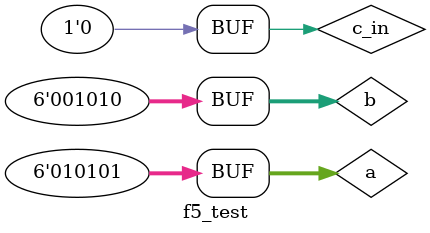
<source format=v>
`timescale 1ns / 1ps


module f5_test;

	// Inputs
	reg [5:0] a;
	reg [5:0] b;
	reg c_in;

	// Outputs
	wire [5:0] s;
	wire c_out;

	// Instantiate the Unit Under Test (UUT)
	full_adder5b uut (
		.a(a), 
		.b(b), 
		.c_in(c_in), 
		.s(s), 
		.c_out(c_out)
	);

	initial begin
		// Initialize Inputs
		a = 5'b10101;
		b = 5'b01010;
		c_in = 1'b0;

		// Wait 100 ns for global reset to finish
		#100;
        
		// Add stimulus here

	end
      
endmodule


</source>
